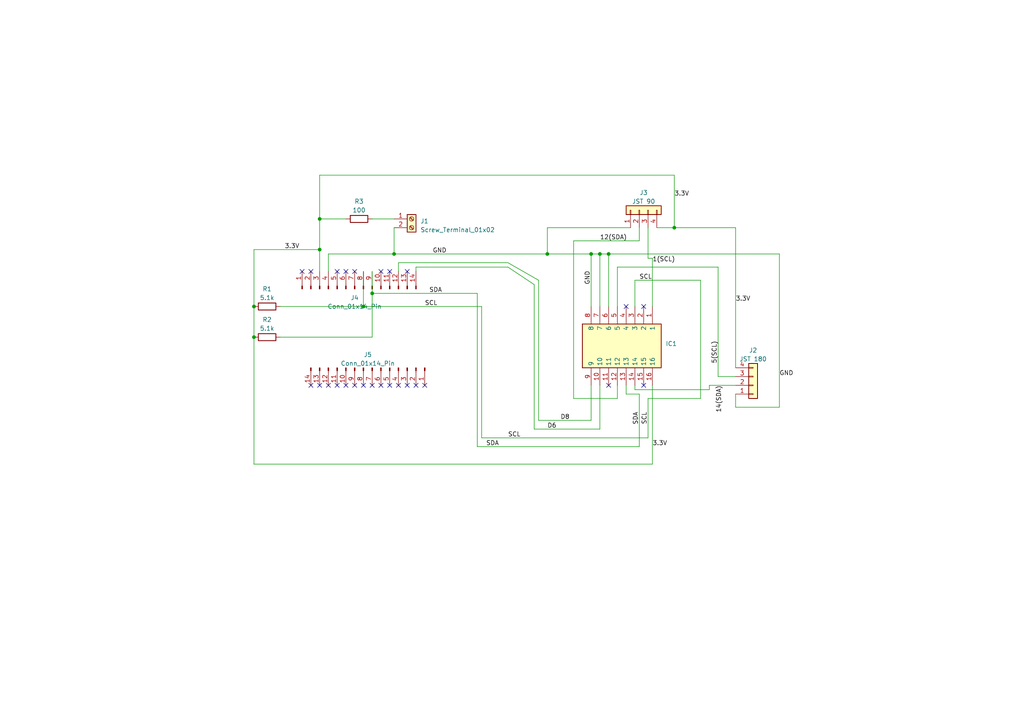
<source format=kicad_sch>
(kicad_sch (version 20230121) (generator eeschema)
  (paper "A4")
  (title_block (title "Turbidity Sensor PCB") (date "2024-02-14") (rev "13") (company "AU/AUD"))
  (lib_symbols
    (symbol "Conn_01x14_Pin_1" (pin_names (offset 1.016) hide)
      (property "Reference" "J2" (at -2.54 0 90))
      (property "Value" "Conn_01x14_Pin" (at -5.08 0 90))
      (symbol "Conn_01x14_Pin_1_1_1"
        (polyline (pts (xy 1.27 -17.78) (xy 0.8636 -17.78)) (stroke (width 0.1524)))
        (polyline (pts (xy 1.27 -15.24) (xy 0.8636 -15.24)) (stroke (width 0.1524)))
        (polyline (pts (xy 1.27 -12.7) (xy 0.8636 -12.7)) (stroke (width 0.1524)))
        (polyline (pts (xy 1.27 -10.16) (xy 0.8636 -10.16)) (stroke (width 0.1524)))
        (polyline (pts (xy 1.27 -7.62) (xy 0.8636 -7.62)) (stroke (width 0.1524)))
        (polyline (pts (xy 1.27 -5.08) (xy 0.8636 -5.08)) (stroke (width 0.1524)))
        (polyline (pts (xy 1.27 -2.54) (xy 0.8636 -2.54)) (stroke (width 0.1524)))
        (polyline (pts (xy 1.27 0) (xy 0.8636 0)) (stroke (width 0.1524)))
        (polyline (pts (xy 1.27 2.54) (xy 0.8636 2.54)) (stroke (width 0.1524)))
        (polyline (pts (xy 1.27 5.08) (xy 0.8636 5.08)) (stroke (width 0.1524)))
        (polyline (pts (xy 1.27 7.62) (xy 0.8636 7.62)) (stroke (width 0.1524)))
        (polyline (pts (xy 1.27 10.16) (xy 0.8636 10.16)) (stroke (width 0.1524)))
        (polyline (pts (xy 1.27 12.7) (xy 0.8636 12.7)) (stroke (width 0.1524)))
        (polyline (pts (xy 1.27 15.24) (xy 0.8636 15.24)) (stroke (width 0.1524)))
        (rectangle (start 0.8636 -17.653) (end 0 -17.907) (stroke (width 0.1524)) (fill (type outline)))
        (rectangle (start 0.8636 -15.113) (end 0 -15.367) (stroke (width 0.1524)) (fill (type outline)))
        (rectangle (start 0.8636 -12.573) (end 0 -12.827) (stroke (width 0.1524)) (fill (type outline)))
        (rectangle (start 0.8636 -10.033) (end 0 -10.287) (stroke (width 0.1524)) (fill (type outline)))
        (rectangle (start 0.8636 -7.493) (end 0 -7.747) (stroke (width 0.1524)) (fill (type outline)))
        (rectangle (start 0.8636 -4.953) (end 0 -5.207) (stroke (width 0.1524)) (fill (type outline)))
        (rectangle (start 0.8636 -2.413) (end 0 -2.667) (stroke (width 0.1524)) (fill (type outline)))
        (rectangle (start 0.8636 0.127) (end 0 -0.127) (stroke (width 0.1524)) (fill (type outline)))
        (rectangle (start 0.8636 2.667) (end 0 2.413) (stroke (width 0.1524)) (fill (type outline)))
        (rectangle (start 0.8636 5.207) (end 0 4.953) (stroke (width 0.1524)) (fill (type outline)))
        (rectangle (start 0.8636 7.747) (end 0 7.493) (stroke (width 0.1524)) (fill (type outline)))
        (rectangle (start 0.8636 10.287) (end 0 10.033) (stroke (width 0.1524)) (fill (type outline)))
        (rectangle (start 0.8636 12.827) (end 0 12.573) (stroke (width 0.1524)) (fill (type outline)))
        (rectangle (start 0.8636 15.367) (end 0 15.113) (stroke (width 0.1524)) (fill (type outline)))
        (pin passive line (at 5.08 15.24 180) (length 3.81) (name "Pin_1") (number "1"))
        (pin passive line (at 5.08 -7.62 180) (length 3.81) (name "Pin_10") (number "10"))
        (pin passive line (at 5.08 -10.16 180) (length 3.81) (name "Pin_11") (number "11"))
        (pin passive line (at 5.08 -12.7 180) (length 3.81) (name "Pin_12") (number "12"))
        (pin passive line (at 5.08 -15.24 180) (length 3.81) (name "Pin_13") (number "13"))
        (pin passive line (at 5.08 -17.78 180) (length 3.81) (name "Pin_14") (number "14"))
        (pin passive line (at 5.08 12.7 180) (length 3.81) (name "Pin_2") (number "2"))
        (pin power_out line (at 5.08 10.16 180) (length 3.81) (name "Pin_3") (number "3"))
        (pin passive line (at 5.08 7.62 180) (length 3.81) (name "Pin_4") (number "4"))
        (pin passive line (at 5.08 5.08 180) (length 3.81) (name "Pin_5") (number "5"))
        (pin passive line (at 5.08 2.54 180) (length 3.81) (name "Pin_6") (number "6"))
        (pin passive line (at 5.08 0 180) (length 3.81) (name "Pin_7") (number "7"))
        (pin passive line (at 5.08 -2.54 180) (length 3.81) (name "Pin_8") (number "8"))
        (pin passive line (at 5.08 -5.08 180) (length 3.81) (name "Pin_9") (number "9"))
      )
    )
    (symbol "Connector:Conn_01x14_Pin" (pin_names (offset 1.016) hide)
      (property "Reference" "J" (at 0 17.78 0))
      (property "Value" "Conn_01x14_Pin" (at 0 -20.32 0))
      (symbol "Conn_01x14_Pin_1_1"
        (polyline (pts (xy 1.27 -17.78) (xy 0.8636 -17.78)) (stroke (width 0.1524)))
        (polyline (pts (xy 1.27 -15.24) (xy 0.8636 -15.24)) (stroke (width 0.1524)))
        (polyline (pts (xy 1.27 -12.7) (xy 0.8636 -12.7)) (stroke (width 0.1524)))
        (polyline (pts (xy 1.27 -10.16) (xy 0.8636 -10.16)) (stroke (width 0.1524)))
        (polyline (pts (xy 1.27 -7.62) (xy 0.8636 -7.62)) (stroke (width 0.1524)))
        (polyline (pts (xy 1.27 -5.08) (xy 0.8636 -5.08)) (stroke (width 0.1524)))
        (polyline (pts (xy 1.27 -2.54) (xy 0.8636 -2.54)) (stroke (width 0.1524)))
        (polyline (pts (xy 1.27 0) (xy 0.8636 0)) (stroke (width 0.1524)))
        (polyline (pts (xy 1.27 2.54) (xy 0.8636 2.54)) (stroke (width 0.1524)))
        (polyline (pts (xy 1.27 5.08) (xy 0.8636 5.08)) (stroke (width 0.1524)))
        (polyline (pts (xy 1.27 7.62) (xy 0.8636 7.62)) (stroke (width 0.1524)))
        (polyline (pts (xy 1.27 10.16) (xy 0.8636 10.16)) (stroke (width 0.1524)))
        (polyline (pts (xy 1.27 12.7) (xy 0.8636 12.7)) (stroke (width 0.1524)))
        (polyline (pts (xy 1.27 15.24) (xy 0.8636 15.24)) (stroke (width 0.1524)))
        (rectangle (start 0.8636 -17.653) (end 0 -17.907) (stroke (width 0.1524)) (fill (type outline)))
        (rectangle (start 0.8636 -15.113) (end 0 -15.367) (stroke (width 0.1524)) (fill (type outline)))
        (rectangle (start 0.8636 -12.573) (end 0 -12.827) (stroke (width 0.1524)) (fill (type outline)))
        (rectangle (start 0.8636 -10.033) (end 0 -10.287) (stroke (width 0.1524)) (fill (type outline)))
        (rectangle (start 0.8636 -7.493) (end 0 -7.747) (stroke (width 0.1524)) (fill (type outline)))
        (rectangle (start 0.8636 -4.953) (end 0 -5.207) (stroke (width 0.1524)) (fill (type outline)))
        (rectangle (start 0.8636 -2.413) (end 0 -2.667) (stroke (width 0.1524)) (fill (type outline)))
        (rectangle (start 0.8636 0.127) (end 0 -0.127) (stroke (width 0.1524)) (fill (type outline)))
        (rectangle (start 0.8636 2.667) (end 0 2.413) (stroke (width 0.1524)) (fill (type outline)))
        (rectangle (start 0.8636 5.207) (end 0 4.953) (stroke (width 0.1524)) (fill (type outline)))
        (rectangle (start 0.8636 7.747) (end 0 7.493) (stroke (width 0.1524)) (fill (type outline)))
        (rectangle (start 0.8636 10.287) (end 0 10.033) (stroke (width 0.1524)) (fill (type outline)))
        (rectangle (start 0.8636 12.827) (end 0 12.573) (stroke (width 0.1524)) (fill (type outline)))
        (rectangle (start 0.8636 15.367) (end 0 15.113) (stroke (width 0.1524)) (fill (type outline)))
        (pin passive line (at 5.08 15.24 180) (length 3.81) (name "Pin_1") (number "1"))
        (pin passive line (at 5.08 -7.62 180) (length 3.81) (name "Pin_10") (number "10"))
        (pin passive line (at 5.08 -10.16 180) (length 3.81) (name "Pin_11") (number "11"))
        (pin passive line (at 5.08 -12.7 180) (length 3.81) (name "Pin_12") (number "12"))
        (pin passive line (at 5.08 -15.24 180) (length 3.81) (name "Pin_13") (number "13"))
        (pin passive line (at 5.08 -17.78 180) (length 3.81) (name "Pin_14") (number "14"))
        (pin passive line (at 5.08 12.7 180) (length 3.81) (name "Pin_2") (number "2"))
        (pin passive line (at 5.08 10.16 180) (length 3.81) (name "Pin_3") (number "3"))
        (pin passive line (at 5.08 7.62 180) (length 3.81) (name "Pin_4") (number "4"))
        (pin passive line (at 5.08 5.08 180) (length 3.81) (name "Pin_5") (number "5"))
        (pin passive line (at 5.08 2.54 180) (length 3.81) (name "Pin_6") (number "6"))
        (pin passive line (at 5.08 0 180) (length 3.81) (name "Pin_7") (number "7"))
        (pin passive line (at 5.08 -2.54 180) (length 3.81) (name "Pin_8") (number "8"))
        (pin passive line (at 5.08 -5.08 180) (length 3.81) (name "Pin_9") (number "9"))
      )
    )
    (symbol "Connector:Screw_Terminal_01x02" (pin_names (offset 1.016) hide)
      (property "Reference" "J" (at 0 2.54 0))
      (property "Value" "Screw_Terminal_01x02" (at 0 -5.08 0))
      (symbol "Screw_Terminal_01x02_1_1"
        (rectangle (start -1.27 1.27) (end 1.27 -3.81) (stroke (width 0.254)) (fill (type background)))
        (circle (center 0 -2.54) (radius 0.635) (stroke (width 0.1524)))
        (polyline (pts (xy -0.5334 -2.2098) (xy 0.3302 -3.048)) (stroke (width 0.1524)))
        (polyline (pts (xy -0.5334 0.3302) (xy 0.3302 -0.508)) (stroke (width 0.1524)))
        (polyline (pts (xy -0.3556 -2.032) (xy 0.508 -2.8702)) (stroke (width 0.1524)))
        (polyline (pts (xy -0.3556 0.508) (xy 0.508 -0.3302)) (stroke (width 0.1524)))
        (circle (center 0 0) (radius 0.635) (stroke (width 0.1524)))
        (pin passive line (at -5.08 0 0) (length 3.81) (name "Pin_1") (number "1"))
        (pin passive line (at -5.08 -2.54 0) (length 3.81) (name "Pin_2") (number "2"))
      )
    )
    (symbol "Connector_Generic:Conn_01x04" (pin_names (offset 1.016) hide)
      (property "Reference" "J" (at 0 5.08 0))
      (property "Value" "Conn_01x04" (at 0 -7.62 0))
      (symbol "Conn_01x04_1_1"
        (rectangle (start -1.27 -4.953) (end 0 -5.207) (stroke (width 0.1524)))
        (rectangle (start -1.27 -2.413) (end 0 -2.667) (stroke (width 0.1524)))
        (rectangle (start -1.27 0.127) (end 0 -0.127) (stroke (width 0.1524)))
        (rectangle (start -1.27 2.667) (end 0 2.413) (stroke (width 0.1524)))
        (rectangle (start -1.27 3.81) (end 1.27 -6.35) (stroke (width 0.254)) (fill (type background)))
        (pin passive line (at -5.08 2.54 0) (length 3.81) (name "Pin_1") (number "1"))
        (pin passive line (at -5.08 0 0) (length 3.81) (name "Pin_2") (number "2"))
        (pin passive line (at -5.08 -2.54 0) (length 3.81) (name "Pin_3") (number "3"))
        (pin passive line (at -5.08 -5.08 0) (length 3.81) (name "Pin_4") (number "4"))
      )
    )
    (symbol "Device:R" (pin_numbers hide) (pin_names (offset 0))
      (property "Reference" "R" (at 2.032 0 90))
      (property "Value" "R" (at 0 0 90))
      (symbol "R_0_1"
        (rectangle (start -1.016 -2.54) (end 1.016 2.54) (stroke (width 0.254)))
      )
      (symbol "R_1_1"
        (pin passive line (at 0 3.81 270) (length 1.27) (name "~") (number "1"))
        (pin passive line (at 0 -3.81 90) (length 1.27) (name "~") (number "2"))
      )
    )
    (symbol "ProjectSymbols:1-2199298-4"
      (property "Reference" "IC" (at 19.05 7.62 0))
      (property "Value" "1-2199298-4" (at 19.05 5.08 0))
      (symbol "1-2199298-4_1_1"
        (rectangle (start 5.08 2.54) (end 17.78 -20.32) (stroke (width 0.254)) (fill (type background)))
        (pin passive line (at 0 0 0) (length 5.08) (name "1") (number "1"))
        (pin passive line (at 22.86 -15.24 180) (length 5.08) (name "10") (number "10"))
        (pin passive line (at 22.86 -12.7 180) (length 5.08) (name "11") (number "11"))
        (pin passive line (at 22.86 -10.16 180) (length 5.08) (name "12") (number "12"))
        (pin passive line (at 22.86 -7.62 180) (length 5.08) (name "13") (number "13"))
        (pin passive line (at 22.86 -5.08 180) (length 5.08) (name "14") (number "14"))
        (pin passive line (at 22.86 -2.54 180) (length 5.08) (name "15") (number "15"))
        (pin passive line (at 22.86 0 180) (length 5.08) (name "16") (number "16"))
        (pin passive line (at 0 -2.54 0) (length 5.08) (name "2") (number "2"))
        (pin passive line (at 0 -5.08 0) (length 5.08) (name "3") (number "3"))
        (pin passive line (at 0 -7.62 0) (length 5.08) (name "4") (number "4"))
        (pin passive line (at 0 -10.16 0) (length 5.08) (name "5") (number "5"))
        (pin passive line (at 0 -12.7 0) (length 5.08) (name "6") (number "6"))
        (pin passive line (at 0 -15.24 0) (length 5.08) (name "7") (number "7"))
        (pin passive line (at 0 -17.78 0) (length 5.08) (name "8") (number "8"))
        (pin passive line (at 22.86 -17.78 180) (length 5.08) (name "9") (number "9"))
      )
    )
  )
  (junction (at 73.66 97.79))
  (junction (at 114.3 73.66))
  (junction (at 105.41 88.9))
  (junction (at 73.66 88.9))
  (junction (at 158.75 73.66))
  (junction (at 176.53 73.66))
  (junction (at 92.71 72.39))
  (junction (at 195.58 66.04))
  (junction (at 107.95 85.09))
  (junction (at 92.71 63.5))
  (junction (at 173.99 73.66))
  (junction (at 171.45 73.66))
  (no_connect (at 118.11 111.76))
  (no_connect (at 90.17 78.74))
  (no_connect (at 92.71 111.76))
  (no_connect (at 105.41 111.76))
  (no_connect (at 181.61 88.9))
  (no_connect (at 113.03 78.74))
  (no_connect (at 97.79 78.74))
  (no_connect (at 113.03 111.76))
  (no_connect (at 186.69 111.76))
  (no_connect (at 110.49 111.76))
  (no_connect (at 90.17 111.76))
  (no_connect (at 102.87 78.74))
  (no_connect (at 95.25 111.76))
  (no_connect (at 97.79 111.76))
  (no_connect (at 186.69 88.9))
  (no_connect (at 118.11 78.74))
  (no_connect (at 100.33 111.76))
  (no_connect (at 120.65 111.76))
  (no_connect (at 87.63 78.74))
  (no_connect (at 176.53 111.76))
  (no_connect (at 100.33 78.74))
  (no_connect (at 115.57 111.76))
  (no_connect (at 110.49 78.74))
  (no_connect (at 107.95 111.76))
  (no_connect (at 123.19 111.76))
  (no_connect (at 102.87 111.76))
  (wire (pts (xy 171.45 73.66) (xy 173.99 73.66)))
  (wire (pts (xy 184.15 88.9) (xy 184.15 81.28)))
  (wire (pts (xy 213.36 118.11) (xy 226.06 118.11)))
  (wire (pts (xy 184.15 81.28) (xy 203.2 81.28)))
  (wire (pts (xy 187.96 74.93) (xy 189.23 74.93)))
  (wire (pts (xy 179.07 77.47) (xy 208.28 77.47)))
  (wire (pts (xy 226.06 73.66) (xy 176.53 73.66)))
  (wire (pts (xy 156.21 121.92) (xy 171.45 121.92)))
  (wire (pts (xy 173.99 111.76) (xy 173.99 124.46)))
  (wire (pts (xy 187.96 115.57) (xy 187.96 127)))
  (wire (pts (xy 95.25 73.66) (xy 114.3 73.66)))
  (wire (pts (xy 173.99 73.66) (xy 173.99 88.9)))
  (wire (pts (xy 181.61 114.3) (xy 185.42 114.3)))
  (wire (pts (xy 73.66 97.79) (xy 73.66 134.62)))
  (wire (pts (xy 208.28 109.22) (xy 213.36 109.22)))
  (wire (pts (xy 154.94 124.46) (xy 173.99 124.46)))
  (wire (pts (xy 73.66 88.9) (xy 73.66 97.79)))
  (wire (pts (xy 171.45 121.92) (xy 171.45 111.76)))
  (wire (pts (xy 114.3 66.04) (xy 114.3 73.66)))
  (wire (pts (xy 184.15 111.76) (xy 184.15 113.03)))
  (wire (pts (xy 92.71 78.74) (xy 92.71 72.39)))
  (wire (pts (xy 195.58 50.8) (xy 195.58 66.04)))
  (wire (pts (xy 182.88 66.04) (xy 158.75 66.04)))
  (wire (pts (xy 81.28 97.79) (xy 107.95 97.79)))
  (wire (pts (xy 171.45 73.66) (xy 171.45 88.9)))
  (wire (pts (xy 73.66 134.62) (xy 189.23 134.62)))
  (wire (pts (xy 73.66 72.39) (xy 92.71 72.39)))
  (wire (pts (xy 107.95 63.5) (xy 114.3 63.5)))
  (wire (pts (xy 179.07 88.9) (xy 179.07 77.47)))
  (wire (pts (xy 203.2 81.28) (xy 203.2 115.57)))
  (wire (pts (xy 115.57 76.2) (xy 115.57 78.74)))
  (wire (pts (xy 154.94 124.46) (xy 154.94 82.55)))
  (wire (pts (xy 195.58 66.04) (xy 213.36 66.04)))
  (wire (pts (xy 139.7 127) (xy 187.96 127)))
  (wire (pts (xy 189.23 74.93) (xy 189.23 88.9)))
  (wire (pts (xy 213.36 114.3) (xy 213.36 118.11)))
  (wire (pts (xy 208.28 77.47) (xy 208.28 109.22)))
  (wire (pts (xy 158.75 66.04) (xy 158.75 73.66)))
  (wire (pts (xy 154.94 82.55) (xy 147.32 77.47)))
  (wire (pts (xy 189.23 111.76) (xy 189.23 134.62)))
  (wire (pts (xy 187.96 66.04) (xy 187.96 74.93)))
  (wire (pts (xy 105.41 88.9) (xy 139.7 88.9)))
  (wire (pts (xy 114.3 73.66) (xy 158.75 73.66)))
  (wire (pts (xy 92.71 50.8) (xy 195.58 50.8)))
  (wire (pts (xy 156.21 121.92) (xy 156.21 81.28)))
  (wire (pts (xy 185.42 66.04) (xy 185.42 69.85)))
  (wire (pts (xy 138.43 129.54) (xy 185.42 129.54)))
  (wire (pts (xy 205.74 111.76) (xy 213.36 111.76)))
  (wire (pts (xy 195.58 66.04) (xy 190.5 66.04)))
  (wire (pts (xy 205.74 113.03) (xy 205.74 111.76)))
  (wire (pts (xy 95.25 78.74) (xy 95.25 73.66)))
  (wire (pts (xy 139.7 127) (xy 139.7 88.9)))
  (wire (pts (xy 213.36 106.68) (xy 213.36 66.04)))
  (wire (pts (xy 166.37 115.57) (xy 166.37 69.85)))
  (wire (pts (xy 107.95 85.09) (xy 107.95 78.74)))
  (wire (pts (xy 185.42 69.85) (xy 166.37 69.85)))
  (wire (pts (xy 181.61 111.76) (xy 181.61 114.3)))
  (wire (pts (xy 156.21 81.28) (xy 147.32 76.2)))
  (wire (pts (xy 179.07 111.76) (xy 179.07 115.57)))
  (wire (pts (xy 138.43 129.54) (xy 138.43 85.09)))
  (wire (pts (xy 73.66 72.39) (xy 73.66 88.9)))
  (wire (pts (xy 203.2 115.57) (xy 187.96 115.57)))
  (wire (pts (xy 92.71 50.8) (xy 92.71 63.5)))
  (wire (pts (xy 184.15 113.03) (xy 205.74 113.03)))
  (wire (pts (xy 173.99 73.66) (xy 176.53 73.66)))
  (wire (pts (xy 226.06 118.11) (xy 226.06 73.66)))
  (wire (pts (xy 179.07 115.57) (xy 166.37 115.57)))
  (wire (pts (xy 107.95 97.79) (xy 107.95 85.09)))
  (wire (pts (xy 92.71 63.5) (xy 92.71 72.39)))
  (wire (pts (xy 185.42 114.3) (xy 185.42 129.54)))
  (wire (pts (xy 176.53 88.9) (xy 176.53 73.66)))
  (wire (pts (xy 100.33 63.5) (xy 92.71 63.5)))
  (wire (pts (xy 158.75 73.66) (xy 171.45 73.66)))
  (wire (pts (xy 105.41 78.74) (xy 105.41 88.9)))
  (wire (pts (xy 115.57 76.2) (xy 147.32 76.2)))
  (wire (pts (xy 138.43 85.09) (xy 107.95 85.09)))
  (wire (pts (xy 120.65 77.47) (xy 120.65 78.74)))
  (wire (pts (xy 81.28 88.9) (xy 105.41 88.9)))
  (wire (pts (xy 147.32 77.47) (xy 120.65 77.47)))
  (label "SDA" (at 140.97 129.54 0))
  (label "SCL" (at 187.96 119.38 270))
  (label "14(SDA)" (at 209.55 111.76 270))
  (label "3.3V" (at 82.55 72.39 0))
  (label "12(SDA)" (at 173.99 69.85 0))
  (label "GND" (at 226.06 109.22 0))
  (label "1(SCL)" (at 189.23 76.2 0))
  (label "D8" (at 162.56 121.92 0))
  (label "D6" (at 158.75 124.46 0))
  (label "GND" (at 129.54 73.66 180))
  (label "3.3V" (at 213.36 87.63 0))
  (label "SDA" (at 185.42 119.38 270))
  (label "5(SCL)" (at 208.28 105.41 90))
  (label "SCL" (at 147.32 127 0))
  (label "3.3V" (at 189.23 129.54 0))
  (label "SCL" (at 123.19 88.9 0))
  (label "GND" (at 171.45 82.55 90))
  (label "3.3V" (at 195.58 57.15 0))
  (label "SDA" (at 124.46 85.09 0))
  (label "SCL" (at 185.42 81.28 0))
  (symbol (lib_id "Device:R") (at 104.14 63.5 90) (unit 1)
    (property "Reference" "R3" (at 104.14 58.42 90))
    (property "Value" "100" (at 104.14 60.96 90))
    (property "Footprint" "Resistor_SMD:R_0805_2012Metric" (effects hide))
  )
  (symbol (lib_id "Connector:Screw_Terminal_01x02") (at 119.38 63.5 0) (unit 1)
    (property "Reference" "J1" (at 121.92 64.135 0) (effects (justify left)))
    (property "Value" "Screw_Terminal_01x02" (at 121.92 66.675 0) (effects (justify left)))
    (property "Footprint" "TerminalBlock_TE-Connectivity:TerminalBlock_TE_282834-2_1x02_P2.54mm_Horizontal" (effects hide))
  )
  (symbol (lib_id "Device:R") (at 77.47 88.9 270) (mirror x) (unit 1)
    (property "Reference" "R1" (at 77.47 83.82 90))
    (property "Value" "5.1k" (at 77.47 86.36 90))
    (property "Footprint" "Resistor_SMD:R_0805_2012Metric" (effects hide))
  )
  (symbol (lib_name "Conn_01x14_Pin_1") (lib_id "Connector:Conn_01x14_Pin") (at 102.87 83.82 90) (unit 1)
    (property "Reference" "J4" (at 102.87 86.36 90))
    (property "Value" "Conn_01x14_Pin" (at 102.87 88.9 90))
    (property "Footprint" "Connector_PinSocket_2.54mm:PinSocket_1x14_P2.54mm_Vertical" (effects hide))
  )
  (symbol (lib_id "ProjectSymbols:1-2199298-4") (at 189.23 88.9 270) (unit 1)
    (property "Reference" "IC1" (at 193.04 99.695 90) (effects (justify left)))
    (property "Value" "1-2199298-4" (effects hide))
    (property "Footprint" "Project:DIPS762W70P254L2032H510Q16N" (effects hide))
    (property "Datasheet" "https://www.te.com/commerce/DocumentDelivery/DDEController?Action=showdoc&DocId=Customer+Drawing%7F2199298%7FA%7Fpdf%7FEnglish%7FENG_CD_2199298_A_baseFilename.pdf%7F1-2199298-4" (effects hide))
    (property "Height" "5.1" (effects hide))
    (property "Mouser Part Number" "571-1-2199298-4" (effects hide))
    (property "Mouser Price/Stock" "https://www.mouser.co.uk/ProductDetail/TE-Connectivity/1-2199298-4?qs=fK8dlpkaUMvpL10rY9Abiw%3D%3D" (effects hide))
    (property "Manufacturer_Name" "TE Connectivity" (effects hide))
    (property "Manufacturer_Part_Number" "1-2199298-4" (effects hide))
  )
  (symbol (lib_id "Device:R") (at 77.47 97.79 90) (unit 1)
    (property "Reference" "R2" (at 77.47 92.71 90))
    (property "Value" "5.1k" (at 77.47 95.25 90))
    (property "Footprint" "Resistor_SMD:R_0805_2012Metric" (effects hide))
  )
  (symbol (lib_id "Connector_Generic:Conn_01x04") (at 218.44 111.76 0) (mirror x) (unit 1)
    (property "Reference" "J2" (at 218.44 101.6 0))
    (property "Value" "JST 180" (at 218.44 104.14 0))
    (property "Footprint" "Connector_JST:JST_PH_S4B-PH-K_1x04_P2.00mm_Horizontal" (effects hide))
  )
  (symbol (lib_id "Connector:Conn_01x14_Pin") (at 107.95 106.68 270) (unit 1)
    (property "Reference" "J5" (at 106.68 102.87 90))
    (property "Value" "Conn_01x14_Pin" (at 106.68 105.41 90))
    (property "Footprint" "Connector_PinSocket_2.54mm:PinSocket_1x14_P2.54mm_Vertical" (effects hide))
  )
  (symbol (lib_id "Connector_Generic:Conn_01x04") (at 185.42 60.96 90) (unit 1)
    (property "Reference" "J3" (at 186.69 55.88 90))
    (property "Value" "JST 90" (at 186.69 58.42 90))
    (property "Footprint" "Connector_JST:JST_PH_S4B-PH-K_1x04_P2.00mm_Horizontal" (effects hide))
  )
)
</source>
